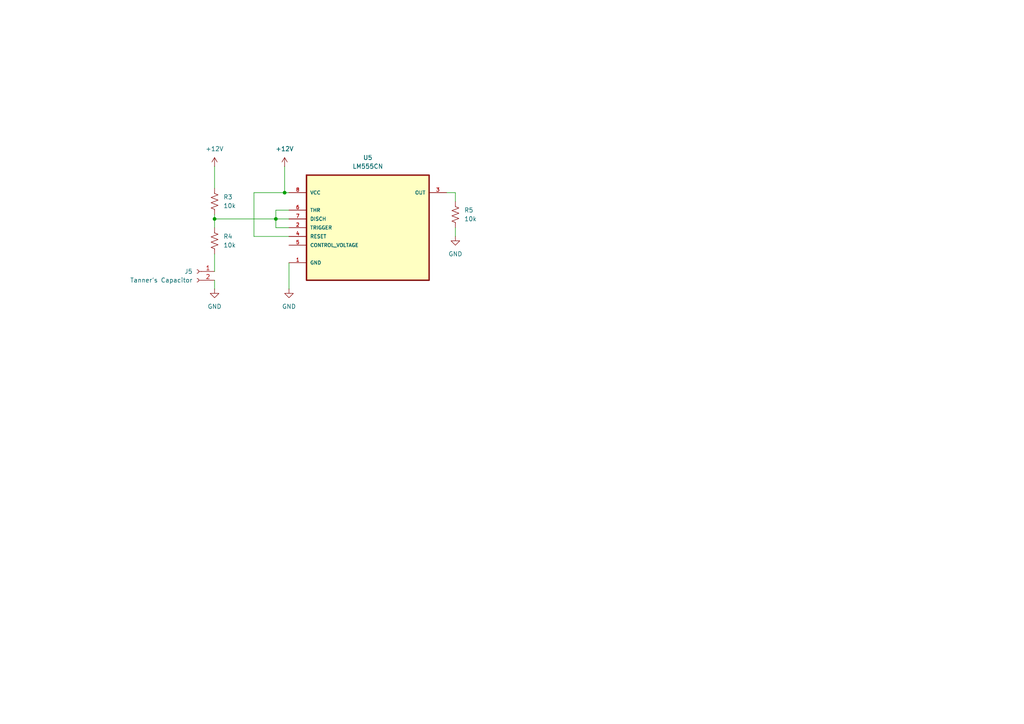
<source format=kicad_sch>
(kicad_sch (version 20250114) (generator "eeschema") (generator_version "9.0")
  (paper "A4")
  (lib_symbols
    (symbol "Connector:Conn_01x02_Socket" (pin_names (offset 1.016) (hide yes))
      (property "Reference" "J" (at 0 2.54 0))
      (property "Value" "Conn_01x02_Socket" (at 0 -5.08 0))
      (symbol "Conn_01x02_Socket_1_1"
        (polyline (pts (xy -1.27 0) (xy -0.508 0)) (stroke (width 0.1524)))
        (polyline (pts (xy -1.27 -2.54) (xy -0.508 -2.54)) (stroke (width 0.1524)))
        (arc (start 0 -0.508) (mid -0.5058 0) (end 0 0.508) (stroke (width 0.1524)))
        (arc (start 0 -3.048) (mid -0.5058 -2.54) (end 0 -2.032) (stroke (width 0.1524)))
        (pin passive line (at -5.08 0 0) (length 3.81) (name "Pin_1") (number "1"))
        (pin passive line (at -5.08 -2.54 0) (length 3.81) (name "Pin_2") (number "2"))
      )
    )
    (symbol "Device:R_US" (pin_numbers (hide yes)) (pin_names (offset 0))
      (property "Reference" "R" (at 2.54 0 90))
      (property "Value" "R_US" (at -2.54 0 90))
      (symbol "R_US_0_1"
        (polyline (pts (xy 0 2.286) (xy 0 2.54)))
        (polyline (pts (xy 0 2.286) (xy 1.016 1.905) (xy 0 1.524) (xy -1.016 1.143) (xy 0 0.762)))
        (polyline (pts (xy 0 0.762) (xy 1.016 0.381) (xy 0 0) (xy -1.016 -0.381) (xy 0 -0.762)))
        (polyline (pts (xy 0 -0.762) (xy 1.016 -1.143) (xy 0 -1.524) (xy -1.016 -1.905) (xy 0 -2.286)))
        (polyline (pts (xy 0 -2.286) (xy 0 -2.54)))
      )
      (symbol "R_US_1_1"
        (pin passive line (at 0 3.81 270) (length 1.27) (name "~") (number "1"))
        (pin passive line (at 0 -3.81 90) (length 1.27) (name "~") (number "2"))
      )
    )
    (symbol "LM555CN:LM555CN" (pin_names (offset 1.016))
      (property "Reference" "U" (at -5.4716 15.3967 0))
      (property "Value" "LM555CN" (at -4.143 -22.4434 0))
      (symbol "LM555CN_0_0"
        (rectangle (start -17.78 -17.78) (end 17.78 12.7) (stroke (width 0.4064)) (fill (type background)))
        (pin power_in line (at -22.86 7.62 0) (length 5.08) (name "VCC") (number "8"))
        (pin input line (at -22.86 2.54 0) (length 5.08) (name "THR") (number "6"))
        (pin input line (at -22.86 0 0) (length 5.08) (name "DISCH") (number "7"))
        (pin input line (at -22.86 -2.54 0) (length 5.08) (name "TRIGGER") (number "2"))
        (pin input line (at -22.86 -5.08 0) (length 5.08) (name "RESET") (number "4"))
        (pin input line (at -22.86 -7.62 0) (length 5.08) (name "CONTROL_VOLTAGE") (number "5"))
        (pin passive line (at -22.86 -12.7 0) (length 5.08) (name "GND") (number "1"))
        (pin output line (at 22.86 7.62 180) (length 5.08) (name "OUT") (number "3"))
      )
    )
    (symbol "power:+12V" (power) (pin_numbers (hide yes)) (pin_names (offset 0) (hide yes))
      (property "Value" "+12V" (at 0 3.556 0))
      (symbol "+12V_0_1"
        (polyline (pts (xy -0.762 1.27) (xy 0 2.54)))
        (polyline (pts (xy 0 2.54) (xy 0.762 1.27)))
        (polyline (pts (xy 0 0) (xy 0 2.54)))
      )
      (symbol "+12V_1_1"
        (pin power_in line (at 0 0 90) (length 0) (name "~") (number "1"))
      )
    )
    (symbol "power:GND" (power) (pin_numbers (hide yes)) (pin_names (offset 0) (hide yes))
      (property "Value" "GND" (at 0 -3.81 0))
      (symbol "GND_0_1"
        (polyline (pts (xy 0 0) (xy 0 -1.27) (xy 1.27 -1.27) (xy 0 -2.54) (xy -1.27 -1.27) (xy 0 -1.27)))
      )
      (symbol "GND_1_1"
        (pin power_in line (at 0 0 270) (length 0) (name "~") (number "1"))
      )
    )
  )
  (junction (at 80.01 63.5))
  (junction (at 62.23 63.5))
  (junction (at 82.55 55.88))
  (wire (pts (xy 83.82 60.96) (xy 80.01 60.96)))
  (wire (pts (xy 83.82 55.88) (xy 82.55 55.88)))
  (wire (pts (xy 129.54 55.88) (xy 132.08 55.88)))
  (wire (pts (xy 83.82 76.2) (xy 83.82 83.82)))
  (wire (pts (xy 80.01 66.04) (xy 80.01 63.5)))
  (wire (pts (xy 62.23 48.26) (xy 62.23 54.61)))
  (wire (pts (xy 83.82 66.04) (xy 80.01 66.04)))
  (wire (pts (xy 62.23 62.23) (xy 62.23 63.5)))
  (wire (pts (xy 82.55 55.88) (xy 82.55 48.26)))
  (wire (pts (xy 62.23 83.82) (xy 62.23 81.28)))
  (wire (pts (xy 83.82 68.58) (xy 73.66 68.58)))
  (wire (pts (xy 73.66 68.58) (xy 73.66 55.88)))
  (wire (pts (xy 62.23 63.5) (xy 62.23 66.04)))
  (wire (pts (xy 132.08 58.42) (xy 132.08 55.88)))
  (wire (pts (xy 73.66 55.88) (xy 82.55 55.88)))
  (wire (pts (xy 62.23 63.5) (xy 80.01 63.5)))
  (wire (pts (xy 132.08 66.04) (xy 132.08 68.58)))
  (wire (pts (xy 62.23 73.66) (xy 62.23 78.74)))
  (wire (pts (xy 80.01 63.5) (xy 83.82 63.5)))
  (wire (pts (xy 80.01 60.96) (xy 80.01 63.5)))
  (symbol (lib_id "LM555CN:LM555CN") (at 106.68 63.5 0) (unit 1)
    (property "Reference" "U5" (at 106.68 45.72 0))
    (property "Value" "LM555CN" (at 106.68 48.26 0))
    (property "Footprint" "LM555CN:DIP254P762X533-8" (effects (hide yes)))
    (property "MF" "ON Semiconductor" (effects (hide yes)))
    (property "Description_1" "555 Type, Timer/Oscillator (Single) IC - 8-DIP" (effects (hide yes)))
    (property "PACKAGE" "DIP-8" (effects (hide yes)))
    (property "MPN" "LM555CN" (effects (hide yes)))
    (property "Price" "None" (effects (hide yes)))
    (property "Package" "PDIP-8-8 ON Semiconductor" (effects (hide yes)))
    (property "OC_FARNELL" "9488235" (effects (hide yes)))
    (property "SnapEDA_Link" "https://www.snapeda.com/parts/LM555CN/Onsemi/view-part/?ref=snap" (effects (hide yes)))
    (property "MP" "LM555CN" (effects (hide yes)))
    (property "SUPPLIER" "FAIRCHILD SEMICONDUCTOR" (effects (hide yes)))
    (property "OC_NEWARK" "58K8943" (effects (hide yes)))
    (property "Availability" "In Stock" (effects (hide yes)))
    (property "Check_prices" "https://www.snapeda.com/parts/LM555CN/Onsemi/view-part/?ref=eda" (effects (hide yes)))
  )
  (symbol (lib_id "power:+12V") (at 62.23 48.26 0) (unit 1)
    (property "Reference" "#PWR022" (effects (hide yes)))
    (property "Value" "+12V" (at 62.23 43.18 0))
    (property "Description" "Power symbol creates a global label with name \"+12V\"" (effects (hide yes)))
  )
  (symbol (lib_id "Device:R_US") (at 62.23 69.85 0) (unit 1)
    (property "Reference" "R4" (at 64.77 68.5799 0) (effects (justify left)))
    (property "Value" "10k" (at 64.77 71.1199 0) (effects (justify left)))
    (property "Description" "Resistor, US symbol" (effects (hide yes)))
  )
  (symbol (lib_id "power:GND") (at 62.23 83.82 0) (unit 1)
    (property "Reference" "#PWR024" (effects (hide yes)))
    (property "Value" "GND" (at 62.23 88.9 0))
    (property "Description" "Power symbol creates a global label with name \"GND\" , ground" (effects (hide yes)))
  )
  (symbol (lib_id "power:GND") (at 132.08 68.58 0) (unit 1)
    (property "Reference" "#PWR023" (effects (hide yes)))
    (property "Value" "GND" (at 132.08 73.66 0))
    (property "Description" "Power symbol creates a global label with name \"GND\" , ground" (effects (hide yes)))
  )
  (symbol (lib_id "Connector:Conn_01x02_Socket") (at 57.15 78.74 0) (mirror y) (unit 1)
    (property "Reference" "J5" (at 55.88 78.7399 0) (effects (justify left)))
    (property "Value" "Tanner's Capacitor" (at 55.88 81.2799 0) (effects (justify left)))
    (property "Description" "Generic connector, single row, 01x02, script generated" (effects (hide yes)))
  )
  (symbol (lib_id "Device:R_US") (at 62.23 58.42 0) (unit 1)
    (property "Reference" "R3" (at 64.77 57.1499 0) (effects (justify left)))
    (property "Value" "10k" (at 64.77 59.6899 0) (effects (justify left)))
    (property "Description" "Resistor, US symbol" (effects (hide yes)))
  )
  (symbol (lib_id "power:GND") (at 83.82 83.82 0) (unit 1)
    (property "Reference" "#PWR021" (effects (hide yes)))
    (property "Value" "GND" (at 83.82 88.9 0))
    (property "Description" "Power symbol creates a global label with name \"GND\" , ground" (effects (hide yes)))
  )
  (symbol (lib_id "Device:R_US") (at 132.08 62.23 0) (unit 1)
    (property "Reference" "R5" (at 134.62 60.9599 0) (effects (justify left)))
    (property "Value" "10k" (at 134.62 63.4999 0) (effects (justify left)))
    (property "Description" "Resistor, US symbol" (effects (hide yes)))
  )
  (symbol (lib_id "power:+12V") (at 82.55 48.26 0) (unit 1)
    (property "Reference" "#PWR025" (effects (hide yes)))
    (property "Value" "+12V" (at 82.55 43.18 0))
    (property "Description" "Power symbol creates a global label with name \"+12V\"" (effects (hide yes)))
  )
)
</source>
